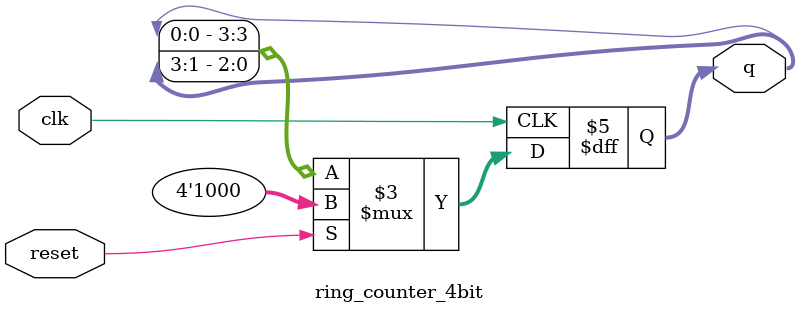
<source format=v>
`timescale 1ns / 1ps

module ring_counter_4bit (
    input clk,
    input reset,
    output reg [3:0] q
);

  always @(posedge clk) begin
    if (reset) begin
      q <= 4'b1000; // Initial state on reset
    end else begin
      q <= {q[0], q[3], q[2], q[1]}; // Shift left
    end
  end

endmodule
</source>
